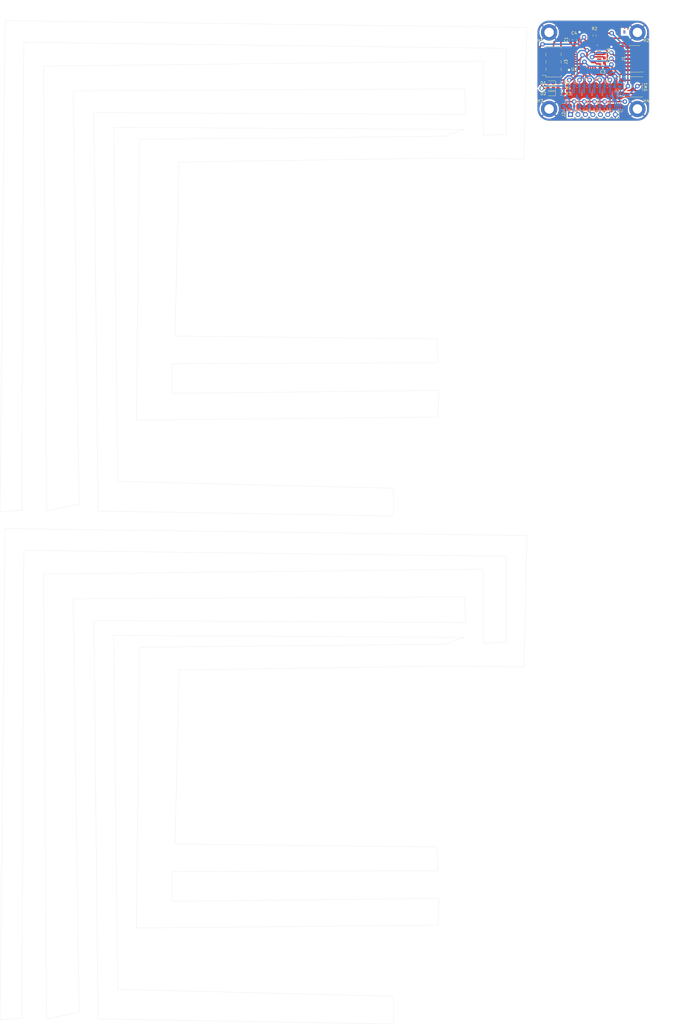
<source format=kicad_pcb>
(kicad_pcb (version 20221018) (generator pcbnew)
  (layers (0 "F.Cu" signal) (31 "B.Cu" signal) (34 "B.Paste" user) (35 "F.Paste" user) (36 "B.SilkS" user "B.Silkscreen") (37 "F.SilkS" user "F.Silkscreen") (38 "B.Mask" user) (39 "F.Mask" user) (44 "Edge.Cuts" user))
  (net 0 "")
  (net 1 "+5V-v2-")
  (net 2 "GND-v2-")
  (net 3 "+3.3V-v2-")
  (net 4 "Net-(D1-K)-v2-")
  (net 6 "Net-(D3-K)-v2-")
  (net 7 "Status_LED-v2-")
  (net 8 "Data_Clock_SNES-v2-")
  (net 9 "Data_Latch_SNES-v2-")
  (net 10 "Net-(D2-K)-v2-")
  (net 11 "Serial_Data1_SNES-v2-")
  (net 12 "Serial_Data2_SNES-v2-")
  (net 13 "SPI_Chip_Select-v2-")
  (net 14 "Chip_Enable-v2-")
  (net 15 "SPI_Digital_Input-v2-")
  (net 16 "SPI_Clock-v2-")
  (net 17 "SPI_Digital_Output-v2-")
  (net 18 "IOBit_SNES-v2-")
  (net 19 "Data_Clock_STM32-v2-")
  (net 20 "Data_Latch_STM32-v2-")
  (net 21 "Appairing_Btn-v2-")
  (net 22 "Net-(U2-BP)-v2-")
  (net 23 "SWDIO-v2-")
  (net 24 "SWDCK-v2-")
  (net 27 "NRST-v2-")
  (net 28 "USART2_RX-v2-")
  (net 29 "USART2_TX-v2-")
  (net 30 "Serial_Data1_STM32-v2-")
  (net 31 "IOBit_STM32-v2-")
  (net 32 "Serial_Data2_STM32-v2-")
  (footprint "Capacitor_SMD:C_0603_1608Metric_Pad1.08x0.95mm_HandSolder" (layer "F.Cu") (at 206.0025 17.19)
    (fp_text reference "C3")
    (fp_text value "100n")
  )
  (footprint "Package_QFP:LQFP-32_7x7mm_P0.8mm" (layer "F.Cu") (at 200.6 13.15 180)
    (fp_text reference "U1")
    (fp_text value "STM32L412KBTx")
  )
  (footprint "Capacitor_SMD:C_0603_1608Metric_Pad1.08x0.95mm_HandSolder" (layer "F.Cu") (at 206.51 14.8025 90)
    (fp_text reference "C2")
    (fp_text value "100n")
  )
  (footprint "Resistor_SMD:R_0603_1608Metric_Pad0.98x0.95mm_HandSolder" (layer "F.Cu") (at 191.76875 22.45)
    (fp_text reference "R1")
    (fp_text value "1k")
  )
  (footprint "Capacitor_SMD:C_0603_1608Metric_Pad1.08x0.95mm_HandSolder" (layer "F.Cu") (at 196.55 7.75 90)
    (fp_text reference "C4")
    (fp_text value "100n")
  )
  (footprint "Button_Switch_SMD:SW_SPST_B3S-1000" (layer "F.Cu") (at 216.25 23.75 180)
    (fp_text reference "SW1")
    (fp_text value "SW_SPST")
  )
  (footprint "Diode_SMD:D_0603_1608Metric_Pad1.05x0.95mm_HandSolder" (layer "F.Cu") (at 188.26875 26.05 180)
    (fp_text reference "D2")
    (fp_text value "LED_Small")
  )
  (footprint "MountingHole:MountingHole_3.2mm_M3_DIN965_Pad" (layer "F.Cu") (at 187.75 5.25)
    (fp_text reference "H1")
    (fp_text value "MountingHole_Pad")
  )
  (footprint "Diode_SMD:D_0603_1608Metric_Pad1.05x0.95mm_HandSolder" (layer "F.Cu") (at 188.26875 22.45 180)
    (fp_text reference "D1")
    (fp_text value "LED_Small")
  )
  (footprint "Connector_PinHeader_2.54mm:PinHeader_1x07_P2.54mm_Vertical" (layer "F.Cu") (at 195 33.15 90)
    (fp_text reference "J2")
    (fp_text value "Conn_01x07_Socket")
  )
  (footprint "MountingHole:MountingHole_3.2mm_M3_DIN965_Pad" (layer "F.Cu") (at 187.75 31.25)
    (fp_text reference "H3")
    (fp_text value "MountingHole_Pad")
  )
  (footprint "Diode_SMD:D_0603_1608Metric_Pad1.05x0.95mm_HandSolder" (layer "F.Cu") (at 188.26875 24.25 180)
    (fp_text reference "D3")
    (fp_text value "LED")
  )
  (footprint "Resistor_SMD:R_0603_1608Metric_Pad0.98x0.95mm_HandSolder" (layer "F.Cu") (at 191.76875 26.05)
    (fp_text reference "R3")
    (fp_text value "1k")
  )
  (footprint "MountingHole:MountingHole_3.2mm_M3_DIN965_Pad" (layer "F.Cu") (at 217.75 31.25)
    (fp_text reference "H4")
    (fp_text value "MountingHole_Pad")
  )
  (footprint "Capacitor_SMD:C_0603_1608Metric_Pad1.08x0.95mm_HandSolder" (layer "F.Cu") (at 206.51 11.5 90)
    (fp_text reference "C5")
    (fp_text value "100n")
  )
  (footprint "MountingHole:MountingHole_3.2mm_M3_DIN965_Pad" (layer "F.Cu") (at 217.75 5.25)
    (fp_text reference "H2")
    (fp_text value "MountingHole_Pad")
  )
  (footprint "Resistor_SMD:R_0603_1608Metric_Pad0.98x0.95mm_HandSolder" (layer "F.Cu") (at 203.17 6.32 90)
    (fp_text reference "R2")
    (fp_text value "10k")
  )
  (footprint "Capacitor_SMD:C_0603_1608Metric_Pad1.08x0.95mm_HandSolder" (layer "F.Cu") (at 195.05 7.75 90)
    (fp_text reference "C1")
    (fp_text value "10u")
  )
  (footprint "Connector_PinSocket_2.54mm:PinSocket_2x04_P2.54mm_Vertical_SMD" (layer "F.Cu") (at 189.25 15.25 180)
    (fp_text reference "J3")
    (fp_text value "Conn_01x08_Socket")
  )
  (footprint "Resistor_SMD:R_0603_1608Metric_Pad0.98x0.95mm_HandSolder" (layer "F.Cu") (at 191.76875 24.25)
    (fp_text reference "R4")
    (fp_text value "1k")
  )
  (footprint "Connector_PinHeader_1.27mm:PinHeader_2x07_P1.27mm_Vertical_SMD" (layer "F.Cu") (at 216.75 14.25 180)
    (fp_text reference "J1")
    (fp_text value "Conn_02x07_Odd_Even")
  )
  (footprint "Package_TO_SOT_SMD:SOT-23" (layer "B.Cu") (at 200.6 26.15 -90)
    (fp_text reference "Q3")
    (fp_text value "2N7002")
  )
  (footprint "Resistor_SMD:R_0603_1608Metric_Pad0.98x0.95mm_HandSolder" (layer "B.Cu") (at 197.15 23.45)
    (fp_text reference "R6")
    (fp_text value "10k")
  )
  (footprint "Capacitor_SMD:C_0603_1608Metric_Pad1.08x0.95mm_HandSolder" (layer "B.Cu") (at 210.9 23.7 180)
    (fp_text reference "C6")
    (fp_text value "470p")
  )
  (footprint "Package_TO_SOT_SMD:SOT-23" (layer "B.Cu") (at 197.15 26.15 -90)
    (fp_text reference "Q2")
    (fp_text value "2N7002")
  )
  (footprint "Package_SO:MSOP-8_3x3mm_P0.65mm" (layer "B.Cu") (at 211.0125 27.9 -90)
    (fp_text reference "U2")
    (fp_text value "MIC5219-3.3YMM")
  )
  (footprint "Package_TO_SOT_SMD:SOT-23" (layer "B.Cu") (at 204.05 26.15 -90)
    (fp_text reference "Q4")
    (fp_text value "2N7002")
  )
  (footprint "Capacitor_SMD:C_0603_1608Metric_Pad1.08x0.95mm_HandSolder" (layer "B.Cu") (at 210.9 22.2 180)
    (fp_text reference "C7")
    (fp_text value "2.2u")
  )
  (footprint "Resistor_SMD:R_0603_1608Metric_Pad0.98x0.95mm_HandSolder" (layer "B.Cu") (at 193.7 23.45)
    (fp_text reference "R5")
    (fp_text value "10k")
  )
  (footprint "Package_TO_SOT_SMD:SOT-23" (layer "B.Cu") (at 207.5 26.15 -90)
    (fp_text reference "Q5")
    (fp_text value "2N7002")
  )
  (footprint "Resistor_SMD:R_0603_1608Metric_Pad0.98x0.95mm_HandSolder" (layer "B.Cu") (at 204.05 30.35)
    (fp_text reference "R13")
    (fp_text value "10k")
  )
  (footprint "Package_TO_SOT_SMD:SOT-23" (layer "B.Cu") (at 193.7 26.15 -90)
    (fp_text reference "Q1")
    (fp_text value "2N7002")
  )
  (footprint "Resistor_SMD:R_0603_1608Metric_Pad0.98x0.95mm_HandSolder" (layer "B.Cu") (at 204.05 23.45)
    (fp_text reference "R8")
    (fp_text value "10k")
  )
  (footprint "Resistor_SMD:R_0603_1608Metric_Pad0.98x0.95mm_HandSolder" (layer "B.Cu") (at 193.7 30.35)
    (fp_text reference "R10")
    (fp_text value "10k")
  )
  (footprint "Resistor_SMD:R_0603_1608Metric_Pad0.98x0.95mm_HandSolder" (layer "B.Cu") (at 200.6 23.45)
    (fp_text reference "R7")
    (fp_text value "10k")
  )
  (footprint "Resistor_SMD:R_0603_1608Metric_Pad0.98x0.95mm_HandSolder" (layer "B.Cu") (at 207.5 23.45)
    (fp_text reference "R9")
    (fp_text value "10k")
  )
  (footprint "Resistor_SMD:R_0603_1608Metric_Pad0.98x0.95mm_HandSolder" (layer "B.Cu") (at 197.15 30.35)
    (fp_text reference "R11")
    (fp_text value "10k")
  )
  (footprint "Resistor_SMD:R_0603_1608Metric_Pad0.98x0.95mm_HandSolder" (layer "B.Cu") (at 200.6 30.35)
    (fp_text reference "R12")
    (fp_text value "10k")
  )
  (footprint "Resistor_SMD:R_0603_1608Metric_Pad0.98x0.95mm_HandSolder" (layer "B.Cu") (at 207.5 30.35)
    (fp_text reference "R14")
    (fp_text value "10k")
  )
  (gr_line (start 26.099937 25.08989) (end 159.059937 24.41989) (stroke (width 0.05)) (layer "Edge.Cuts"))
  (gr_line (start 48.599937 214.03989) (end 47.589937 309.39989) (stroke (width 0.05)) (layer "Edge.Cuts"))
  (gr_line (start 187.75 1.25) (end 217.75 1.25) (stroke (width 0.1)) (layer "Edge.Cuts"))
  (gr_arc (start 217.75 1.25) (mid 220.578427 2.421573) (end 221.75 5.25) (stroke (width 0.1)) (layer "Edge.Cuts"))
  (gr_line (start 153.019937 47.91989) (end 179.209937 48.25989) (stroke (width 0.05)) (layer "Edge.Cuts"))
  (gr_line (start 221.75 5.25) (end 221.75 31.25) (stroke (width 0.1)) (layer "Edge.Cuts"))
  (gr_line (start 8.639937 339.94989) (end 9.309937 181.13989) (stroke (width 0.05)) (layer "Edge.Cuts"))
  (gr_arc (start 183.75 5.25) (mid 184.921573 2.421573) (end 187.75 1.25) (stroke (width 0.1)) (layer "Edge.Cuts"))
  (gr_line (start 173.159937 39.85989) (end 165.439937 40.19989) (stroke (width 0.05)) (layer "Edge.Cuts"))
  (gr_line (start 62.029937 221.76989) (end 153.019937 220.41989) (stroke (width 0.05)) (layer "Edge.Cuts"))
  (gr_line (start 2.929937 173.74989) (end 1.249937 340.62989) (stroke (width 0.05)) (layer "Edge.Cuts"))
  (gr_line (start 1.249937 168.12989) (end 8.639937 167.44989) (stroke (width 0.05)) (layer "Edge.Cuts"))
  (gr_arc (start 187.75 35.25) (mid 184.921573 34.078427) (end 183.75 31.25) (stroke (width 0.1)) (layer "Edge.Cuts"))
  (gr_line (start 153.019937 220.41989) (end 179.209937 220.75989) (stroke (width 0.05)) (layer "Edge.Cuts"))
  (gr_line (start 59.679937 117.75989) (end 149.999937 117.42989) (stroke (width 0.05)) (layer "Edge.Cuts"))
  (gr_line (start 62.029937 49.26989) (end 153.019937 47.91989) (stroke (width 0.05)) (layer "Edge.Cuts"))
  (gr_line (start 149.999937 289.92989) (end 149.659937 281.86989) (stroke (width 0.05)) (layer "Edge.Cuts"))
  (gr_line (start 159.399937 33.14989) (end 33.149937 32.47989) (stroke (width 0.05)) (layer "Edge.Cuts"))
  (gr_line (start 48.599937 41.53989) (end 47.589937 136.89989) (stroke (width 0.05)) (layer "Edge.Cuts"))
  (gr_line (start 59.679937 127.82989) (end 59.679937 117.75989) (stroke (width 0.05)) (layer "Edge.Cuts"))
  (gr_line (start 60.679937 108.35989) (end 62.029937 49.26989) (stroke (width 0.05)) (layer "Edge.Cuts"))
  (gr_line (start 47.589937 309.39989) (end 149.999937 308.38989) (stroke (width 0.05)) (layer "Edge.Cuts"))
  (gr_line (start 165.439937 212.69989) (end 165.439937 187.51989) (stroke (width 0.05)) (layer "Edge.Cuts"))
  (gr_line (start 165.439937 187.51989) (end 16.029937 189.19989) (stroke (width 0.05)) (layer "Edge.Cuts"))
  (gr_line (start 39.869937 37.50989) (end 158.729937 38.18989) (stroke (width 0.05)) (layer "Edge.Cuts"))
  (gr_line (start 28.119937 165.43989) (end 26.099937 25.08989) (stroke (width 0.05)) (layer "Edge.Cuts"))
  (gr_line (start 179.209937 220.75989) (end 180.219937 176.09989) (stroke (width 0.05)) (layer "Edge.Cuts"))
  (gr_line (start 165.439937 40.19989) (end 165.439937 15.01989) (stroke (width 0.05)) (layer "Edge.Cuts"))
  (gr_line (start 149.999937 117.42989) (end 149.659937 109.36989) (stroke (width 0.05)) (layer "Edge.Cuts"))
  (gr_line (start 33.149937 204.97989) (end 34.489937 340.28989) (stroke (width 0.05)) (layer "Edge.Cuts"))
  (gr_line (start 180.219937 3.59989) (end 2.929937 1.24989) (stroke (width 0.05)) (layer "Edge.Cuts"))
  (gr_line (start 16.029937 16.69989) (end 17.039937 167.78989) (stroke (width 0.05)) (layer "Edge.Cuts"))
  (gr_line (start 152.349937 40.53989) (end 48.599937 41.53989) (stroke (width 0.05)) (layer "Edge.Cuts"))
  (gr_line (start 17.039937 340.28989) (end 28.119937 337.93989) (stroke (width 0.05)) (layer "Edge.Cuts"))
  (gr_line (start 183.75 31.25) (end 183.75 5.25) (stroke (width 0.1)) (layer "Edge.Cuts"))
  (gr_line (start 165.439937 15.01989) (end 16.029937 16.69989) (stroke (width 0.05)) (layer "Edge.Cuts"))
  (gr_line (start 2.929937 1.24989) (end 1.249937 168.12989) (stroke (width 0.05)) (layer "Edge.Cuts"))
  (gr_arc (start 221.75 31.25) (mid 220.578427 34.078427) (end 217.75 35.25) (stroke (width 0.1)) (layer "Edge.Cuts"))
  (gr_line (start 134.889937 332.56989) (end 41.209937 330.21989) (stroke (width 0.05)) (layer "Edge.Cuts"))
  (gr_line (start 9.309937 181.13989) (end 173.159937 183.14989) (stroke (width 0.05)) (layer "Edge.Cuts"))
  (gr_line (start 217.75 35.25) (end 187.75 35.25) (stroke (width 0.1)) (layer "Edge.Cuts"))
  (gr_line (start 34.489937 167.78989) (end 134.889937 169.46989) (stroke (width 0.05)) (layer "Edge.Cuts"))
  (gr_line (start 149.999937 135.88989) (end 150.329937 126.82989) (stroke (width 0.05)) (layer "Edge.Cuts"))
  (gr_line (start 158.729937 38.18989) (end 152.349937 40.53989) (stroke (width 0.05)) (layer "Edge.Cuts"))
  (gr_line (start 173.159937 212.35989) (end 165.439937 212.69989) (stroke (width 0.05)) (layer "Edge.Cuts"))
  (gr_line (start 173.159937 10.64989) (end 173.159937 39.85989) (stroke (width 0.05)) (layer "Edge.Cuts"))
  (gr_line (start 60.679937 280.85989) (end 62.029937 221.76989) (stroke (width 0.05)) (layer "Edge.Cuts"))
  (gr_line (start 149.659937 109.36989) (end 60.679937 108.35989) (stroke (width 0.05)) (layer "Edge.Cuts"))
  (gr_line (start 39.869937 210.00989) (end 158.729937 210.68989) (stroke (width 0.05)) (layer "Edge.Cuts"))
  (gr_line (start 150.329937 126.82989) (end 59.679937 127.82989) (stroke (width 0.05)) (layer "Edge.Cuts"))
  (gr_line (start 33.149937 32.47989) (end 34.489937 167.78989) (stroke (width 0.05)) (layer "Edge.Cuts"))
  (gr_line (start 59.679937 300.32989) (end 59.679937 290.25989) (stroke (width 0.05)) (layer "Edge.Cuts"))
  (gr_line (start 158.729937 210.68989) (end 152.349937 213.03989) (stroke (width 0.05)) (layer "Edge.Cuts"))
  (gr_line (start 9.309937 8.63989) (end 173.159937 10.64989) (stroke (width 0.05)) (layer "Edge.Cuts"))
  (gr_line (start 149.999937 308.38989) (end 150.329937 299.32989) (stroke (width 0.05)) (layer "Edge.Cuts"))
  (gr_line (start 47.589937 136.89989) (end 149.999937 135.88989) (stroke (width 0.05)) (layer "Edge.Cuts"))
  (gr_line (start 152.349937 213.03989) (end 48.599937 214.03989) (stroke (width 0.05)) (layer "Edge.Cuts"))
  (gr_line (start 180.219937 176.09989) (end 2.929937 173.74989) (stroke (width 0.05)) (layer "Edge.Cuts"))
  (gr_line (start 41.209937 157.71989) (end 39.869937 37.50989) (stroke (width 0.05)) (layer "Edge.Cuts"))
  (gr_line (start 149.659937 281.86989) (end 60.679937 280.85989) (stroke (width 0.05)) (layer "Edge.Cuts"))
  (gr_line (start 1.249937 340.62989) (end 8.639937 339.94989) (stroke (width 0.05)) (layer "Edge.Cuts"))
  (gr_line (start 159.399937 205.64989) (end 33.149937 204.97989) (stroke (width 0.05)) (layer "Edge.Cuts"))
  (gr_line (start 134.889937 160.06989) (end 41.209937 157.71989) (stroke (width 0.05)) (layer "Edge.Cuts"))
  (gr_line (start 59.679937 290.25989) (end 149.999937 289.92989) (stroke (width 0.05)) (layer "Edge.Cuts"))
  (gr_line (start 134.889937 341.96989) (end 134.889937 332.56989) (stroke (width 0.05)) (layer "Edge.Cuts"))
  (gr_line (start 34.489937 340.28989) (end 134.889937 341.96989) (stroke (width 0.05)) (layer "Edge.Cuts"))
  (gr_line (start 150.329937 299.32989) (end 59.679937 300.32989) (stroke (width 0.05)) (layer "Edge.Cuts"))
  (gr_line (start 17.039937 167.78989) (end 28.119937 165.43989) (stroke (width 0.05)) (layer "Edge.Cuts"))
  (gr_line (start 134.889937 169.46989) (end 134.889937 160.06989) (stroke (width 0.05)) (layer "Edge.Cuts"))
  (gr_line (start 41.209937 330.21989) (end 39.869937 210.00989) (stroke (width 0.05)) (layer "Edge.Cuts"))
  (gr_line (start 28.119937 337.93989) (end 26.099937 197.58989) (stroke (width 0.05)) (layer "Edge.Cuts"))
  (gr_line (start 159.059937 196.91989) (end 159.399937 205.64989) (stroke (width 0.05)) (layer "Edge.Cuts"))
  (gr_line (start 16.029937 189.19989) (end 17.039937 340.28989) (stroke (width 0.05)) (layer "Edge.Cuts"))
  (gr_line (start 179.209937 48.25989) (end 180.219937 3.59989) (stroke (width 0.05)) (layer "Edge.Cuts"))
  (gr_line (start 159.059937 24.41989) (end 159.399937 33.14989) (stroke (width 0.05)) (layer "Edge.Cuts"))
  (gr_line (start 8.639937 167.44989) (end 9.309937 8.63989) (stroke (width 0.05)) (layer "Edge.Cuts"))
  (gr_line (start 26.099937 197.58989) (end 159.059937 196.91989) (stroke (width 0.05)) (layer "Edge.Cuts"))
  (gr_line (start 173.159937 183.14989) (end 173.159937 212.35989) (stroke (width 0.05)) (layer "Edge.Cuts"))
  (gr_text "T" (at 212.75 5.75) (layer "F.Cu") (effects (font (size 1 1)) (justify left bottom)))
  (gr_text "SNES Plug" (at 205.75 3.75) (layer "F.Cu") (effects (font (size 1 1)) (justify left bottom)))
  (gr_text "B" (at 212.75 5.75) (layer "B.Cu") (effects (font (size 1 1)) (justify left bottom)))
  (segment (start 196.2375 28.75) (end 199.6875 28.75) (width 0.3) (layer "F.Cu") (net 1))
  (segment (start 206.5875 28.75) (end 213.5 28.75) (width 0.5) (layer "F.Cu") (net 1))
  (segment (start 190.25 27.5) (end 191.5 28.75) (width 0.5) (layer "F.Cu") (net 1))
  (segment (start 203.1375 28.75) (end 199.6875 28.75) (width 0.5) (layer "F.Cu") (net 1))
  (segment (start 187.39375 26.084561) (end 188.809189 27.5) (width 0.5) (layer "F.Cu") (net 1))
  (segment (start 187.39375 26.05) (end 187.39375 26.084561) (width 0.5) (layer "F.Cu") (net 1))
  (segment (start 196.2375 31.9125) (end 195 33.15) (width 0.5) (layer "F.Cu") (net 1))
  (segment (start 188.809189 27.5) (end 190.25 27.5) (width 0.5) (layer "F.Cu") (net 1))
  (segment (start 191.5 28.75) (end 196.2375 28.75) (width 0.5) (layer "F.Cu") (net 1))
  (segment (start 203.1375 28.75) (end 206.5875 28.75) (width 0.5) (layer "F.Cu") (net 1))
  (segment (start 196.2375 28.75) (end 196.2375 31.9125) (width 0.5) (layer "F.Cu") (net 1))
  (via (at 213.5 28.75) (size 1.6) (drill 0.8) (layers "F.Cu" "B.Cu") (net 1))
  (via (at 199.6875 28.75) (size 1.6) (drill 0.8) (layers "F.Cu" "B.Cu") (net 1))
  (via (at 196.2375 28.75) (size 1.6) (drill 0.8) (layers "F.Cu" "B.Cu") (net 1))
  (via (at 203.1375 28.75) (size 1.6) (drill 0.8) (layers "F.Cu" "B.Cu") (net 1))
  (via (at 206.5875 28.75) (size 1.6) (drill 0.8) (layers "F.Cu" "B.Cu") (net 1))
  (segment (start 195 32.5625) (end 192.7875 30.35) (width 0.5) (layer "B.Cu") (net 1))
  (segment (start 199.6875 28.75) (end 199.6875 30.35) (width 0.5) (layer "B.Cu") (net 1))
  (segment (start 213.4 28.65) (end 212.106739 28.65) (width 0.5) (layer "B.Cu") (net 1))
  (segment (start 210.6875 25.7875) (end 210.6875 27.230761) (width 0.3) (layer "B.Cu") (net 1))
  (segment (start 203.1375 28.75) (end 203.1375 30.35) (width 0.5) (layer "B.Cu") (net 1))
  (segment (start 212.106739 28.65) (end 210.6875 27.230761) (width 0.5) (layer "B.Cu") (net 1))
  (segment (start 195 33.15) (end 195 32.5625) (width 0.5) (layer "B.Cu") (net 1))
  (segment (start 206.5875 28.75) (end 206.5875 30.35) (width 0.5) (layer "B.Cu") (net 1))
  (segment (start 196.2375 30.35) (end 196.2375 28.75) (width 0.5) (layer "B.Cu") (net 1))
  (segment (start 213.5 28.75) (end 213.4 28.65) (width 0.5) (layer "B.Cu") (net 1))
  (segment (start 206.51 15.665) (end 206.51 15.591193) (width 0.5) (layer "F.Cu") (net 2))
  (segment (start 195.05 6.8875) (end 196.55 6.8875) (width 0.5) (layer "F.Cu") (net 2))
  (segment (start 193.44 19.06) (end 191.77 19.06) (width 0.5) (layer "F.Cu") (net 2))
  (segment (start 205.84 18.215) (end 206.865 17.19) (width 0.5) (layer "F.Cu") (net 2))
  (segment (start 196.55 6.7) (end 198.1 5.15) (width 0.5) (layer "F.Cu") (net 2))
  (segment (start 203.4 17.325) (end 204.29 18.215) (width 0.5) (layer "F.Cu") (net 2))
  (segment (start 198.1 5.15) (end 197.8 5.45) (width 0.5) (layer "F.Cu") (net 2))
  (segment (start 206.51 15.591193) (end 207.535 14.566193) (width 0.5) (layer "F.Cu") (net 2))
  (segment (start 196.55 6.8875) (end 196.55 6.7) (width 0.5) (layer "F.Cu") (net 2))
  (segment (start 206.865 16.02) (end 206.51 15.665) (width 0.5) (layer "F.Cu") (net 2))
  (segment (start 204.29 18.215) (end 205.84 18.215) (width 0.5) (layer "F.Cu") (net 2))
  (segment (start 197.8 5.45) (end 197.8 8.975) (width 0.5) (layer "F.Cu") (net 2))
  (segment (start 206.865 17.19) (end 206.865 16.02) (width 0.5) (layer "F.Cu") (net 2))
  (segment (start 208.411689 10.6375) (end 206.51 10.6375) (width 0.5) (layer "F.Cu") (net 2))
  (segment (start 207.535 14.566193) (end 207.535 11.6625) (width 0.5) (layer "F.Cu") (net 2))
  (segment (start 207.535 11.6625) (end 206.51 10.6375) (width 0.5) (layer "F.Cu") (net 2))
  (segment (start 208.899189 10.15) (end 208.411689 10.6375) (width 0.5) (layer "F.Cu") (net 2))
  (segment (start 194.5 18) (end 193.44 19.06) (width 0.5) (layer "F.Cu") (net 2))
  (via (at 198.1 5.15) (size 1.6) (drill 0.8) (layers "F.Cu" "B.Cu") (net 2))
  (via (at 210.0375 20.15) (size 1.6) (drill 0.8) (layers "F.Cu" "B.Cu") (net 2))
  (via (at 208.899189 10.15) (size 1.6) (drill 0.8) (layers "F.Cu" "B.Cu") (net 2))
  (via (at 194.5 18) (size 1.6) (drill 0.8) (layers "F.Cu" "B.Cu") (net 2))
  (segment (start 210.0375 20.1875) (end 210 20.15) (width 0.5) (layer "B.Cu") (net 2))
  (segment (start 210.0375 22.2) (end 210.0375 20.15) (width 0.5) (layer "B.Cu") (net 2))
  (segment (start 208.899189 10.15) (end 206.15 10.15) (width 0.5) (layer "B.Cu") (net 2))
  (segment (start 201.15 5.15) (end 198.1 5.15) (width 0.5) (layer "B.Cu") (net 2))
  (segment (start 206.15 10.15) (end 201.15 5.15) (width 0.5) (layer "B.Cu") (net 2))
  (segment (start 210.0375 22.2) (end 210.0375 23.7) (width 0.5) (layer "B.Cu") (net 2))
  (segment (start 195.05 8.975) (end 196.425 10.35) (width 0.5) (layer "F.Cu") (net 3))
  (segment (start 217.75 23.5) (end 218.225 23.5) (width 0.5) (layer "F.Cu") (net 3))
  (segment (start 200.6 13.809189) (end 200.6 11.4) (width 0.5) (layer "F.Cu") (net 3))
  (segment (start 220.75 20.975) (end 220.75 17.14) (width 0.5) (layer "F.Cu") (net 3))
  (segment (start 200.6 11.4) (end 199.55 10.35) (width 0.5) (layer "F.Cu") (net 3))
  (segment (start 218.225 23.5) (end 220.225 21.5) (width 0.5) (layer "F.Cu") (net 3))
  (segment (start 206.51 12.3625) (end 206.1225 12.75) (width 0.5) (layer "F.Cu") (net 3))
  (segment (start 203.420406 15.5) (end 202.290811 15.5) (width 0.5) (layer "F.Cu") (net 3))
  (segment (start 199.55 10.35) (end 196.425 10.35) (width 0.5) (layer "F.Cu") (net 3))
  (segment (start 205.14 16.315) (end 204.775 15.95) (width 0.5) (layer "F.Cu") (net 3))
  (segment (start 204.775 15.95) (end 203.870406 15.95) (width 0.5) (layer "F.Cu") (net 3))
  (segment (start 218.7 16.79) (end 220.4 16.79) (width 0.5) (layer "F.Cu") (net 3))
  (segment (start 203.870406 15.95) (end 203.420406 15.5) (width 0.5) (layer "F.Cu") (net 3))
  (segment (start 185.25 24.25) (end 185.25 20.54) (width 0.5) (layer "F.Cu") (net 3))
  (segment (start 204.775 12.75) (end 203.75 12.75) (width 0.5) (layer "F.Cu") (net 3))
  (segment (start 185.25 20.54) (end 186.73 19.06) (width 0.5) (layer "F.Cu") (net 3))
  (segment (start 196.425 10.35) (end 196.425 8.7375) (width 0.5) (layer "F.Cu") (net 3))
  (segment (start 220.225 21.5) (end 220.75 20.975) (width 0.5) (layer "F.Cu") (net 3))
  (segment (start 202.4 11.4) (end 200.6 11.4) (width 0.5) (layer "F.Cu") (net 3))
  (segment (start 212.275 21.5) (end 220.225 21.5) (width 0.5) (layer "F.Cu") (net 3))
  (segment (start 187.39375 24.25) (end 185.25 24.25) (width 0.5) (layer "F.Cu") (net 3))
  (segment (start 205.14 17.19) (end 205.14 16.315) (width 0.5) (layer "F.Cu") (net 3))
  (segment (start 195.05 8.6125) (end 195.05 8.975) (width 0.5) (layer "F.Cu") (net 3))
  (segment (start 220.4 16.79) (end 220.75 17.14) (width 0.5) (layer "F.Cu") (net 3))
  (segment (start 196.425 8.7375) (end 196.55 8.6125) (width 0.5) (layer "F.Cu") (net 3))
  (segment (start 203.75 12.75) (end 202.4 11.4) (width 0.5) (layer "F.Cu") (net 3))
  (segment (start 206.1225 12.75) (end 204.775 12.75) (width 0.5) (layer "F.Cu") (net 3))
  (segment (start 202.290811 15.5) (end 200.6 13.809189) (width 0.5) (layer "F.Cu") (net 3))
  (via (at 217.75 23.5) (size 1.6) (drill 0.8) (layers "F.Cu" "B.Cu") (net 3))
  (via (at 185.25 24.25) (size 1.6) (drill 0.8) (layers "F.Cu" "B.Cu") (net 3))
  (via (at 200.6 11.4) (size 1.6) (drill 0.8) (layers "F.Cu" "B.Cu") (net 3))
  (segment (start 214.743261 26.506739) (end 213 26.506739) (width 0.5) (layer "B.Cu") (net 3))
  (segment (start 213 22.75) (end 212.45 22.2) (width 0.5) (layer "B.Cu") (net 3))
  (segment (start 204.203311 20.05) (end 203.1375 21.115811) (width 0.5) (layer "B.Cu") (net 3))
  (segment (start 197.303311 12.446689) (end 197.303311 20.05) (width 0.5) (layer "B.Cu") (net 3))
  (segment (start 203.1 25.2125) (end 203.1 23.4875) (width 0.5) (layer "B.Cu") (net 3))
  (segment (start 211.3375 25.7875) (end 211.3375 26.727817) (width 0.3) (layer "B.Cu") (net 3))
  (segment (start 212.356739 27.15) (end 211.759683 27.15) (width 0.5) (layer "B.Cu") (net 3))
  (segment (start 211.3375 26.727817) (end 211.759683 27.15) (width 0.3) (layer "B.Cu") (net 3))
  (segment (start 196.2 23.4875) (end 196.2375 23.45) (width 0.5) (layer "B.Cu") (net 3))
  (segment (start 192.7875 21.315811) (end 194.053311 20.05) (width 0.5) (layer "B.Cu") (net 3))
  (segment (start 211.7625 22.2) (end 211.7625 19.965811) (width 0.5) (layer "B.Cu") (net 3))
  (segment (start 210.596689 18.8) (end 208.903311 18.8) (width 0.5) (layer "B.Cu") (net 3))
  (segment (start 199.6875 21.115811) (end 200.753311 20.05) (width 0.5) (layer "B.Cu") (net 3))
  (segment (start 199.6875 23.45) (end 199.6875 21.115811) (width 0.5) (layer "B.Cu") (net 3))
  (segment (start 195.171689 20.05) (end 196.2375 21.115811) (width 0.5) (layer "B.Cu") (net 3))
  (segment (start 200.753311 20.05) (end 202.071689 20.05) (width 0.5) (layer "B.Cu") (net 3))
  (segment (start 196.2 25.2125) (end 196.2 23.4875) (width 0.5) (layer "B.Cu") (net 3))
  (segment (start 185.25 24.25) (end 186.05 23.45) (width 0.5) (layer "B.Cu") (net 3))
  (segment (start 208.903311 18.8) (end 206.5875 21.115811) (width 0.5) (layer "B.Cu") (net 3))
  (segment (start 203.1 23.4875) (end 203.1375 23.45) (width 0.5) (layer "B.Cu") (net 3))
  (segment (start 212.45 22.2) (end 211.7625 22.2) (width 0.5) (layer "B.Cu") (net 3))
  (segment (start 194.053311 20.05) (end 195.171689 20.05) (width 0.5) (layer "B.Cu") (net 3))
  (segment (start 186.05 23.45) (end 192.7875 23.45) (width 0.5) (layer "B.Cu") (net 3))
  (segment (start 202.071689 20.05) (end 203.1375 21.115811) (width 0.5) (layer "B.Cu") (net 3))
  (segment (start 198.621689 20.05) (end 197.303311 20.05) (width 0.5) (layer "B.Cu") (net 3))
  (segment (start 200.6 11.4) (end 198.35 11.4) (width 0.5) (layer "B.Cu") (net 3))
  (segment (start 206.5875 23.45) (end 206.5875 21.115811) (width 0.5) (layer "B.Cu") (net 3))
  (segment (start 203.1375 21.115811) (end 203.1375 23.45) (width 0.5) (layer "B.Cu") (net 3))
  (segment (start 192.75 25.2125) (end 192.75 23.4875) (width 0.5) (layer "B.Cu") (net 3))
  (segment (start 192.7875 23.45) (end 192.7875 21.315811) (width 0.5) (layer "B.Cu") (net 3))
  (segment (start 206.55 25.2125) (end 206.55 23.4875) (width 0.5) (layer "B.Cu") (net 3))
  (segment (start 199.6875 21.115811) (end 198.621689 20.05) (width 0.5) (layer "B.Cu") (net 3))
  (segment (start 192.75 23.4875) (end 192.7875 23.45) (width 0.5) (layer "B.Cu") (net 3))
  (segment (start 197.303311 20.05) (end 196.2375 21.115811) (width 0.5) (layer "B.Cu") (net 3))
  (segment (start 199.65 23.4875) (end 199.6875 23.45) (width 0.5) (layer "B.Cu") (net 3))
  (segment (start 206.55 23.4875) (end 206.5875 23.45) (width 0.5) (layer "B.Cu") (net 3))
  (segment (start 211.7625 19.965811) (end 210.596689 18.8) (width 0.5) (layer "B.Cu") (net 3))
  (segment (start 214.743261 26.506739) (end 217.75 23.5) (width 0.5) (layer "B.Cu") (net 3))
  (segment (start 205.521689 20.05) (end 204.203311 20.05) (width 0.5) (layer "B.Cu") (net 3))
  (segment (start 199.65 25.2125) (end 199.65 23.4875) (width 0.5) (layer "B.Cu") (net 3))
  (segment (start 198.35 11.4) (end 197.303311 12.446689) (width 0.5) (layer "B.Cu") (net 3))
  (segment (start 213 26.506739) (end 213 22.75) (width 0.5) (layer "B.Cu") (net 3))
  (segment (start 196.2375 21.115811) (end 196.2375 23.45) (width 0.5) (layer "B.Cu") (net 3))
  (segment (start 206.5875 21.115811) (end 205.521689 20.05) (width 0.5) (layer "B.Cu") (net 3))
  (segment (start 213 26.506739) (end 212.356739 27.15) (width 0.5) (layer "B.Cu") (net 3))
  (segment (start 190.85625 22.45) (end 189.14375 22.45) (width 0.5) (layer "F.Cu") (net 4))
  (segment (start 190.85625 24.25) (end 189.14375 24.25) (width 0.5) (layer "F.Cu") (net 6))
  (segment (start 188.41875 21.425) (end 192.575 21.425) (width 0.5) (layer "F.Cu") (net 7))
  (segment (start 192.575 21.425) (end 194 20) (width 0.5) (layer "F.Cu") (net 7))
  (segment (start 187.39375 22.45) (end 188.41875 21.425) (width 0.5) (layer "F.Cu") (net 7))
  (segment (start 195.125 20) (end 197.8 17.325) (width 0.5) (layer "F.Cu") (net 7))
  (segment (start 194 20) (end 195.125 20) (width 0.5) (layer "F.Cu") (net 7))
  (segment (start 194.6125 30.35) (end 194.6125 28) (width 0.5) (layer "B.Cu") (net 8))
  (segment (start 196.0125 31.75) (end 194.6125 30.35) (width 0.5) (layer "B.Cu") (net 8))
  (segment (start 197.54 33.15) (end 197.54 32.54) (width 0.5) (layer "B.Cu") (net 8))
  (segment (start 196.75 31.75) (end 196.0125 31.75) (width 0.5) (layer "B.Cu") (net 8))
  (segment (start 197.54 32.54) (end 196.75 31.75) (width 0.5) (layer "B.Cu") (net 8))
  (segment (start 194.6125 28) (end 193.7 27.0875) (width 0.5) (layer "B.Cu") (net 8))
  (segment (start 198.0625 30.35) (end 198.0625 31.2125) (width 0.5) (layer "B.Cu") (net 9))
  (segment (start 198.0625 28) (end 197.15 27.0875) (width 0.5) (layer "B.Cu") (net 9))
  (segment (start 198.0625 30.35) (end 198.0625 28) (width 0.5) (layer "B.Cu") (net 9))
  (segment (start 198.0625 31.2125) (end 200 33.15) (width 0.5) (layer "B.Cu") (net 9))
  (segment (start 189.14375 26.05) (end 190.85625 26.05) (width 0.5) (layer "F.Cu") (net 10))
  (segment (start 201.5125 30.35) (end 201.5125 32.1625) (width 0.5) (layer "B.Cu") (net 11))
  (segment (start 201.5125 28) (end 200.6 27.0875) (width 0.5) (layer "B.Cu") (net 11))
  (segment (start 201.5125 32.1625) (end 202.5 33.15) (width 0.5) (layer "B.Cu") (net 11))
  (segment (start 201.5125 30.35) (end 201.5125 28) (width 0.5) (layer "B.Cu") (net 11))
  (segment (start 204.9625 30.35) (end 204.9625 28) (width 0.5) (layer "B.Cu") (net 12))
  (segment (start 204.9625 33.1125) (end 205 33.15) (width 0.5) (layer "B.Cu") (net 12))
  (segment (start 204.9625 28) (end 204.05 27.0875) (width 0.5) (layer "B.Cu") (net 12))
  (segment (start 204.9625 30.35) (end 204.9625 33.1125) (width 0.5) (layer "B.Cu") (net 12))
  (segment (start 194 14.75) (end 193.5 15.25) (width 0.5) (layer "F.Cu") (net 13))
  (segment (start 194.85 11.15) (end 194 12) (width 0.5) (layer "F.Cu") (net 13))
  (segment (start 194 12) (end 194 14.75) (width 0.5) (layer "F.Cu") (net 13))
  (segment (start 196.425 11.15) (end 194.85 11.15) (width 0.5) (layer "F.Cu") (net 13))
  (segment (start 193.5 15.25) (end 188 15.25) (width 0.5) (layer "F.Cu") (net 13))
  (segment (start 188 15.25) (end 186.73 16.52) (width 0.5) (layer "F.Cu") (net 13))
  (segment (start 195.125 15.625) (end 195.125 12.345406) (width 0.5) (layer "F.Cu") (net 14))
  (segment (start 195.520406 11.95) (end 196.425 11.95) (width 0.5) (layer "F.Cu") (net 14))
  (segment (start 191.77 16.52) (end 194.23 16.52) (width 0.5) (layer "F.Cu") (net 14))
  (segment (start 194.23 16.52) (end 195.125 15.625) (width 0.5) (layer "F.Cu") (net 14))
  (segment (start 195.125 12.345406) (end 195.520406 11.95) (width 0.5) (layer "F.Cu") (net 14))
  (segment (start 201 6) (end 201 8.975) (width 0.5) (layer "F.Cu") (net 15))
  (segment (start 198.8 3.8) (end 201 6) (width 0.5) (layer "F.Cu") (net 15))
  (segment (start 191.77 11.44) (end 191.77 8.516307) (width 0.5) (layer "F.Cu") (net 15))
  (segment (start 196.486307 3.8) (end 198.8 3.8) (width 0.5) (layer "F.Cu") (net 15))
  (segment (start 191.77 8.516307) (end 196.486307 3.8) (width 0.5) (layer "F.Cu") (net 15))
  (segment (start 195.75 2.5) (end 199.75 2.5) (width 0.5) (layer "F.Cu") (net 16))
  (segment (start 189.25 9) (end 195.75 2.5) (width 0.5) (layer "F.Cu") (net 16))
  (segment (start 189.25 12.46) (end 189.25 9) (width 0.5) (layer "F.Cu") (net 16))
  (segment (start 199.75 2.5) (end 201.8 4.55) (width 0.5) (layer "F.Cu") (net 16))
  (segment (start 201.8 4.55) (end 201.8 8.975) (width 0.5) (layer "F.Cu") (net 16))
  (segment (start 190.77 13.98) (end 189.25 12.46) (width 0.5) (layer "F.Cu") (net 16))
  (segment (start 191.77 13.98) (end 190.77 13.98) (width 0.5) (layer "F.Cu") (net 16))
  (segment (start 184.68 12.93) (end 184.68 10.07) (width 0.5) (layer "F.Cu") (net 17))
  (segment (start 199.6 7.470406) (end 200.2 8.070406) (width 0.5) (layer "F.Cu") (net 17))
  (segment (start 186.73 13.98) (end 185.73 13.98) (width 0.5) (layer "F.Cu") (net 17))
  (segment (start 200.2 8.070406) (end 200.2 8.975) (width 0.5) (layer "F.Cu") (net 17))
  (segment (start 184.68 10.07) (end 185.5 9.25) (width 0.5) (layer "F.Cu") (net 17))
  (segment (start 199.6 6.9) (end 199.6 7.470406) (width 0.5) (layer "F.Cu") (net 17))
  (segment (start 185.73 13.98) (end 184.68 12.93) (width 0.5) (layer "F.Cu") (net 17))
  (via (at 185.5 9.25) (size 1.6) (drill 0.8) (layers "F.Cu" "B.Cu") (net 17))
  (via (at 199.6 6.9) (size 1.6) (drill 0.8) (layers "F.Cu" "B.Cu") (net 17))
  (segment (start 185.5 9.25) (end 197.25 9.25) (width 0.5) (layer "B.Cu") (net 17))
  (segment (start 197.25 9.25) (end 199.6 6.9) (width 0.5) (layer "B.Cu") (net 17))
  (segment (start 208.4125 30.35) (end 208.4125 28) (width 0.5) (layer "B.Cu") (net 18))
  (segment (start 208.4125 28) (end 207.5 27.0875) (width 0.5) (layer "B.Cu") (net 18))
  (segment (start 208.4125 32.2375) (end 207.5 33.15) (width 0.5) (layer "B.Cu") (net 18))
  (segment (start 208.4125 30.35) (end 208.4125 32.2375) (width 0.5) (layer "B.Cu") (net 18))
  (segment (start 195.429594 21.4) (end 198.6 18.229594) (width 0.5) (layer "F.Cu") (net 19))
  (segment (start 194.6125 21.4) (end 195.429594 21.4) (width 0.5) (layer "F.Cu") (net 19))
  (segment (start 198.6 18.229594) (end 198.6 17.325) (width 0.5) (layer "F.Cu") (net 19))
  (via (at 194.6125 21.4) (size 1.6) (drill 0.8) (layers "F.Cu" "B.Cu") (net 19))
  (segment (start 194.65 25.2125) (end 194.65 23.4875) (width 0.5) (layer "B.Cu") (net 19))
  (segment (start 194.65 23.4875) (end 194.6125 23.45) (width 0.5) (layer "B.Cu") (net 19))
  (segment (start 194.6125 23.45) (end 194.6125 21.4) (width 0.5) (layer "B.Cu") (net 19))
  (segment (start 198.0625 21.4) (end 199.4 20.0625) (width 0.5) (layer "F.Cu") (net 20))
  (segment (start 199.4 20.0625) (end 199.4 17.325) (width 0.5) (layer "F.Cu") (net 20))
  (via (at 198.0625 21.4) (size 1.6) (drill 0.8) (layers "F.Cu" "B.Cu") (net 20))
  (segment (start 198.0625 23.45) (end 198.0625 21.4) (width 0.5) (layer "B.Cu") (net 20))
  (segment (start 198.1 25.2125) (end 198.1 23.4875) (width 0.5) (layer "B.Cu") (net 20))
  (segment (start 198.1 23.4875) (end 198.0625 23.45) (width 0.5) (layer "B.Cu") (net 20))
  (segment (start 209 5.5) (end 204.9025 5.5) (width 0.5) (layer "F.Cu") (net 21))
  (segment (start 212.275 25.975) (end 212.275 26) (width 0.5) (layer "F.Cu") (net 21))
  (segment (start 202.6 7.8025) (end 203.17 7.2325) (width 0.5) (layer "F.Cu") (net 21))
  (segment (start 204.9025 5.5) (end 203.17 7.2325) (width 0.5) (layer "F.Cu") (net 21))
  (segment (start 214.5 23.75) (end 212.275 25.975) (width 0.5) (layer "F.Cu") (net 21))
  (segment (start 214.5 23.5) (end 214.5 23.75) (width 0.5) (layer "F.Cu") (net 21))
  (segment (start 220.225 26) (end 212.275 26) (width 0.5) (layer "F.Cu") (net 21))
  (segment (start 202.6 8.975) (end 202.6 7.8025) (width 0.5) (layer "F.Cu") (net 21))
  (via (at 214.5 23.5) (size 1.6) (drill 0.8) (layers "F.Cu" "B.Cu") (net 21))
  (via (at 209 5.5) (size 1.6) (drill 0.8) (layers "F.Cu" "B.Cu") (net 21))
  (segment (start 214.5 23.5) (end 214.5 11) (width 0.5) (layer "B.Cu") (net 21))
  (segment (start 214.5 11) (end 209 5.5) (width 0.5) (layer "B.Cu") (net 21))
  (segment (start 211.9875 23.925) (end 211.7625 23.7) (width 0.3) (layer "B.Cu") (net 22))
  (segment (start 211.9875 25.7875) (end 211.9875 23.925) (width 0.3) (layer "B.Cu") (net 22))
  (segment (start 214.8 18.06) (end 212.809189 18.06) (width 0.5) (layer "F.Cu") (net 23))
  (segment (start 197.329594 15.15) (end 199.1 13.379594) (width 0.5) (layer "F.Cu") (net 23))
  (segment (start 199.1 13.379594) (end 199.1 13) (width 0.5) (layer "F.Cu") (net 23))
  (segment (start 196.425 15.15) (end 197.329594 15.15) (width 0.5) (layer "F.Cu") (net 23))
  (segment (start 212.809189 18.06) (end 208.899189 14.15) (width 0.5) (layer "F.Cu") (net 23))
  (via (at 208.899189 14.15) (size 1.6) (drill 0.8) (layers "F.Cu" "B.Cu") (net 23))
  (via (at 199.1 13) (size 1.6) (drill 0.8) (layers "F.Cu" "B.Cu") (net 23))
  (segment (start 208.049189 15) (end 208.899189 14.15) (width 0.5) (layer "B.Cu") (net 23))
  (segment (start 201.75 15) (end 208.049189 15) (width 0.5) (layer "B.Cu") (net 23))
  (segment (start 199.1 13) (end 199.75 13) (width 0.5) (layer "B.Cu") (net 23))
  (segment (start 199.75 13) (end 201.75 15) (width 0.5) (layer "B.Cu") (net 23))
  (segment (start 199.05 15.95) (end 196.425 15.95) (width 0.5) (layer "F.Cu") (net 24))
  (segment (start 218.7 18.06) (end 217.87 18.06) (width 0.5) (layer "F.Cu") (net 24))
  (segment (start 217.87 18.06) (end 216.43 19.5) (width 0.5) (layer "F.Cu") (net 24))
  (segment (start 208.899189 16.899189) (end 208.899189 16.15) (width 0.5) (layer "F.Cu") (net 24))
  (segment (start 216.43 19.5) (end 211.5 19.5) (width 0.5) (layer "F.Cu") (net 24))
  (segment (start 199.75 15.25) (end 199.05 15.95) (width 0.5) (layer "F.Cu") (net 24))
  (segment (start 211.5 19.5) (end 208.899189 16.899189) (width 0.5) (layer "F.Cu") (net 24))
  (via (at 199.75 15.25) (size 1.6) (drill 0.8) (layers "F.Cu" "B.Cu") (net 24))
  (via (at 208.899189 16.15) (size 1.6) (drill 0.8) (layers "F.Cu" "B.Cu") (net 24))
  (segment (start 199.75 15.25) (end 201.25 16.75) (width 0.5) (layer "B.Cu") (net 24))
  (segment (start 208.299189 16.75) (end 208.899189 16.15) (width 0.5) (layer "B.Cu") (net 24))
  (segment (start 201.25 16.75) (end 208.299189 16.75) (width 0.5) (layer "B.Cu") (net 24))
  (segment (start 202.45 13.55) (end 202.35 13.65) (width 0.5) (layer "F.Cu") (net 27))
  (segment (start 204.775 13.55) (end 202.45 13.55) (width 0.5) (layer "F.Cu") (net 27))
  (segment (start 206.12 13.55) (end 204.775 13.55) (width 0.5) (layer "F.Cu") (net 27))
  (segment (start 209.729189 12.98) (end 208.899189 12.15) (width 0.5) (layer "F.Cu") (net 27))
  (segment (start 214.8 12.98) (end 209.729189 12.98) (width 0.5) (layer "F.Cu") (net 27))
  (segment (start 206.51 13.94) (end 206.12 13.55) (width 0.5) (layer "F.Cu") (net 27))
  (via (at 208.899189 12.15) (size 1.6) (drill 0.8) (layers "F.Cu" "B.Cu") (net 27))
  (via (at 202.35 13.65) (size 1.6) (drill 0.8) (layers "F.Cu" "B.Cu") (net 27))
  (segment (start 203.85 12.15) (end 202.35 13.65) (width 0.5) (layer "B.Cu") (net 27))
  (segment (start 208.899189 12.15) (end 203.85 12.15) (width 0.5) (layer "B.Cu") (net 27))
  (segment (start 216.29 11.71) (end 214.8 11.71) (width 0.5) (layer "F.Cu") (net 28))
  (segment (start 203.4 8.975) (end 205.125 7.25) (width 0.5) (layer "F.Cu") (net 28))
  (segment (start 216.75 11.25) (end 216.29 11.71) (width 0.5) (layer "F.Cu") (net 28))
  (segment (start 216.75 9.72) (end 216.75 11.25) (width 0.5) (layer "F.Cu") (net 28))
  (segment (start 214.28 7.25) (end 216.75 9.72) (width 0.5) (layer "F.Cu") (net 28))
  (segment (start 205.125 7.25) (end 214.28 7.25) (width 0.5) (layer "F.Cu") (net 28))
  (segment (start 213.16 8.8) (end 206.325 8.8) (width 0.5) (layer "F.Cu") (net 29))
  (segment (start 206.325 8.8) (end 204.775 10.35) (width 0.5) (layer "F.Cu") (net 29))
  (segment (start 214.8 10.44) (end 213.16 8.8) (width 0.5) (layer "F.Cu") (net 29))
  (segment (start 200.2 17.325) (end 200.2 20.0875) (width 0.5) (layer "F.Cu") (net 30))
  (segment (start 200.2 20.0875) (end 201.5125 21.4) (width 0.5) (layer "F.Cu") (net 30))
  (via (at 201.5125 21.4) (size 1.6) (drill 0.8) (layers "F.Cu" "B.Cu") (net 30))
  (segment (start 201.55 23.4875) (end 201.5125 23.45) (width 0.5) (layer "B.Cu") (net 30))
  (segment (start 201.5125 23.45) (end 201.5125 21.4) (width 0.5) (layer "B.Cu") (net 30))
  (segment (start 201.55 25.2125) (end 201.55 23.4875) (width 0.5) (layer "B.Cu") (net 30))
  (segment (start 208.4125 21.4) (end 206.5625 19.55) (width 0.5) (layer "F.Cu") (net 31))
  (segment (start 201.8 18.560964) (end 201.8 17.325) (width 0.5) (layer "F.Cu") (net 31))
  (segment (start 202.789036 19.55) (end 201.8 18.560964) (width 0.5) (layer "F.Cu") (net 31))
  (segment (start 206.5625 19.55) (end 202.789036 19.55) (width 0.5) (layer "F.Cu") (net 31))
  (via (at 208.4125 21.4) (size 1.6) (drill 0.8) (layers "F.Cu" "B.Cu") (net 31))
  (segment (start 208.45 23.4875) (end 208.4125 23.45) (width 0.5) (layer "B.Cu") (net 31))
  (segment (start 208.45 25.2125) (end 208.45 23.4875) (width 0.5) (layer "B.Cu") (net 31))
  (segment (start 208.4125 23.45) (end 208.4125 21.4) (width 0.5) (layer "B.Cu") (net 31))
  (segment (start 203.421689 21.4) (end 201 18.978311) (width 0.5) (layer "F.Cu") (net 32))
  (segment (start 204.9625 21.4) (end 203.421689 21.4) (width 0.5) (layer "F.Cu") (net 32))
  (segment (start 201 18.978311) (end 201 17.325) (width 0.5) (layer "F.Cu") (net 32))
  (via (at 204.9625 21.4) (size 1.6) (drill 0.8) (layers "F.Cu" "B.Cu") (net 32))
  (segment (start 205 25.2125) (end 205 23.4875) (width 0.5) (layer "B.Cu") (net 32))
  (segment (start 205 23.4875) (end 204.9625 23.45) (width 0.5) (layer "B.Cu") (net 32))
  (segment (start 204.9625 23.45) (end 204.9625 21.4) (width 0.5) (layer "B.Cu") (net 32))
  (zone (net 2) (net_name "GND-v2-") (layer "F.Cu") (connect_pads (clearance 0.5)) (min_thickness 0.25) (fill yes (thermal_gap 0.5) (thermal_bridge_width 0.5))
    (polygon (pts (xy 183.75 1.25) (xy 221.75 1.25) (xy 221.75 35.25) (xy 183.75 35.25)))
  )
  (zone (net 2) (net_name "GND-v2-") (layer "B.Cu") (priority 1) (connect_pads (clearance 0.5)) (min_thickness 0.25) (fill yes (thermal_gap 0.5) (thermal_bridge_width 0.5))
    (polygon (pts (xy 183.75 1.25) (xy 221.75 1.25) (xy 221.75 35.25) (xy 183.75 35.25)))
  )
)
</source>
